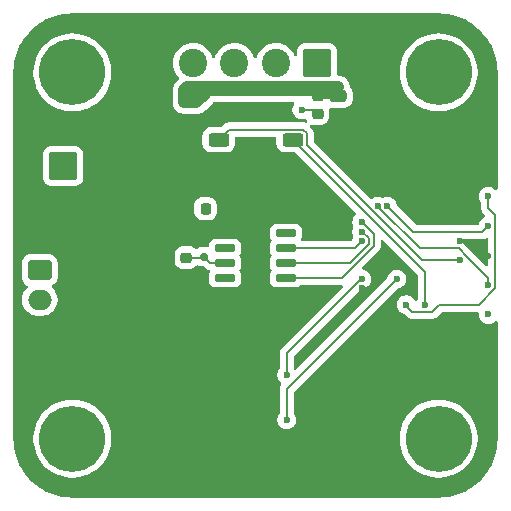
<source format=gbl>
%TF.GenerationSoftware,KiCad,Pcbnew,9.0.7*%
%TF.CreationDate,2026-01-27T18:23:45+01:00*%
%TF.ProjectId,NEMA17_FOC_Driver,4e454d41-3137-45f4-964f-435f44726976,rev?*%
%TF.SameCoordinates,Original*%
%TF.FileFunction,Copper,L2,Bot*%
%TF.FilePolarity,Positive*%
%FSLAX46Y46*%
G04 Gerber Fmt 4.6, Leading zero omitted, Abs format (unit mm)*
G04 Created by KiCad (PCBNEW 9.0.7) date 2026-01-27 18:23:45*
%MOMM*%
%LPD*%
G01*
G04 APERTURE LIST*
G04 Aperture macros list*
%AMRoundRect*
0 Rectangle with rounded corners*
0 $1 Rounding radius*
0 $2 $3 $4 $5 $6 $7 $8 $9 X,Y pos of 4 corners*
0 Add a 4 corners polygon primitive as box body*
4,1,4,$2,$3,$4,$5,$6,$7,$8,$9,$2,$3,0*
0 Add four circle primitives for the rounded corners*
1,1,$1+$1,$2,$3*
1,1,$1+$1,$4,$5*
1,1,$1+$1,$6,$7*
1,1,$1+$1,$8,$9*
0 Add four rect primitives between the rounded corners*
20,1,$1+$1,$2,$3,$4,$5,0*
20,1,$1+$1,$4,$5,$6,$7,0*
20,1,$1+$1,$6,$7,$8,$9,0*
20,1,$1+$1,$8,$9,$2,$3,0*%
G04 Aperture macros list end*
%TA.AperFunction,ComponentPad*%
%ADD10C,3.600000*%
%TD*%
%TA.AperFunction,ConnectorPad*%
%ADD11C,5.600000*%
%TD*%
%TA.AperFunction,ComponentPad*%
%ADD12RoundRect,0.250000X-0.750000X0.600000X-0.750000X-0.600000X0.750000X-0.600000X0.750000X0.600000X0*%
%TD*%
%TA.AperFunction,ComponentPad*%
%ADD13O,2.000000X1.700000*%
%TD*%
%TA.AperFunction,ComponentPad*%
%ADD14RoundRect,0.250001X-0.949999X0.949999X-0.949999X-0.949999X0.949999X-0.949999X0.949999X0.949999X0*%
%TD*%
%TA.AperFunction,ComponentPad*%
%ADD15C,2.400000*%
%TD*%
%TA.AperFunction,SMDPad,CuDef*%
%ADD16RoundRect,0.150000X-0.725000X-0.150000X0.725000X-0.150000X0.725000X0.150000X-0.725000X0.150000X0*%
%TD*%
%TA.AperFunction,SMDPad,CuDef*%
%ADD17RoundRect,0.225000X-0.250000X0.225000X-0.250000X-0.225000X0.250000X-0.225000X0.250000X0.225000X0*%
%TD*%
%TA.AperFunction,SMDPad,CuDef*%
%ADD18RoundRect,0.250000X-0.625000X0.312500X-0.625000X-0.312500X0.625000X-0.312500X0.625000X0.312500X0*%
%TD*%
%TA.AperFunction,SMDPad,CuDef*%
%ADD19RoundRect,0.225000X0.250000X-0.225000X0.250000X0.225000X-0.250000X0.225000X-0.250000X-0.225000X0*%
%TD*%
%TA.AperFunction,SMDPad,CuDef*%
%ADD20RoundRect,0.150000X-0.200000X0.150000X-0.200000X-0.150000X0.200000X-0.150000X0.200000X0.150000X0*%
%TD*%
%TA.AperFunction,ComponentPad*%
%ADD21RoundRect,0.250001X-0.949999X-0.949999X0.949999X-0.949999X0.949999X0.949999X-0.949999X0.949999X0*%
%TD*%
%TA.AperFunction,SMDPad,CuDef*%
%ADD22RoundRect,0.225000X0.225000X0.250000X-0.225000X0.250000X-0.225000X-0.250000X0.225000X-0.250000X0*%
%TD*%
%TA.AperFunction,SMDPad,CuDef*%
%ADD23RoundRect,0.250000X-0.475000X0.250000X-0.475000X-0.250000X0.475000X-0.250000X0.475000X0.250000X0*%
%TD*%
%TA.AperFunction,ViaPad*%
%ADD24C,0.600000*%
%TD*%
%TA.AperFunction,Conductor*%
%ADD25C,0.200000*%
%TD*%
%TA.AperFunction,Conductor*%
%ADD26C,1.000000*%
%TD*%
%TA.AperFunction,Conductor*%
%ADD27C,0.500000*%
%TD*%
G04 APERTURE END LIST*
D10*
%TO.P,REF\u002A\u002A,1*%
%TO.N,N/C*%
X150000000Y-59000000D03*
D11*
X150000000Y-59000000D03*
%TD*%
D10*
%TO.P,REF\u002A\u002A,1*%
%TO.N,N/C*%
X150000000Y-90000000D03*
D11*
X150000000Y-90000000D03*
%TD*%
D10*
%TO.P,REF\u002A\u002A,1*%
%TO.N,N/C*%
X181000000Y-59000000D03*
D11*
X181000000Y-59000000D03*
%TD*%
D12*
%TO.P,J2,1,Pin_1*%
%TO.N,CAN Low*%
X147240000Y-75750000D03*
D13*
%TO.P,J2,2,Pin_2*%
%TO.N,CAN High*%
X147240000Y-78250000D03*
%TD*%
D14*
%TO.P,J1,1,Pin_1*%
%TO.N,+12V*%
X149222500Y-66920000D03*
D15*
%TO.P,J1,2,Pin_2*%
%TO.N,GND*%
X149222500Y-70420000D03*
%TD*%
D10*
%TO.P,REF\u002A\u002A,1*%
%TO.N,N/C*%
X181000000Y-90000000D03*
D11*
X181000000Y-90000000D03*
%TD*%
D16*
%TO.P,U3,1,VDD*%
%TO.N,+3.3V*%
X162925000Y-76405000D03*
%TO.P,U3,2,MODE*%
X162925000Y-75135000D03*
%TO.P,U3,3,OUT*%
%TO.N,unconnected-(U3-OUT-Pad3)*%
X162925000Y-73865000D03*
%TO.P,U3,4,GND*%
%TO.N,GND*%
X162925000Y-72595000D03*
%TO.P,U3,5,PUSH*%
%TO.N,unconnected-(U3-PUSH-Pad5)*%
X168075000Y-72595000D03*
%TO.P,U3,6,A*%
%TO.N,DataOut*%
X168075000Y-73865000D03*
%TO.P,U3,7,B*%
%TO.N,Clock*%
X168075000Y-75135000D03*
%TO.P,U3,8,Z*%
%TO.N,ChipSelect*%
X168075000Y-76405000D03*
%TD*%
D17*
%TO.P,C2,1*%
%TO.N,+12V*%
X170760000Y-60955000D03*
%TO.P,C2,2*%
%TO.N,Net-(U1-VCP)*%
X170760000Y-62505000D03*
%TD*%
D18*
%TO.P,RSENS1,1*%
%TO.N,SRC12*%
X168650000Y-64697500D03*
%TO.P,RSENS1,2*%
%TO.N,GND*%
X168650000Y-67622500D03*
%TD*%
D19*
%TO.P,C9,1*%
%TO.N,+3.3V*%
X159630000Y-74675000D03*
%TO.P,C9,2*%
%TO.N,GND*%
X159630000Y-73125000D03*
%TD*%
D20*
%TO.P,D1,1,K*%
%TO.N,+3.3V*%
X161100000Y-74600000D03*
%TO.P,D1,2,A*%
%TO.N,GND*%
X161100000Y-73200000D03*
%TD*%
D18*
%TO.P,RSENS2,1*%
%TO.N,SRC34*%
X162380000Y-64697500D03*
%TO.P,RSENS2,2*%
%TO.N,GND*%
X162380000Y-67622500D03*
%TD*%
D21*
%TO.P,MotorConn1,1,Pin_1*%
%TO.N,Net-(MotorConn1-Pin_1)*%
X170720000Y-58200000D03*
D15*
%TO.P,MotorConn1,2,Pin_2*%
%TO.N,Net-(MotorConn1-Pin_2)*%
X167220000Y-58200000D03*
%TO.P,MotorConn1,3,Pin_3*%
%TO.N,Net-(MotorConn1-Pin_3)*%
X163720000Y-58200000D03*
%TO.P,MotorConn1,4,Pin_4*%
%TO.N,Net-(MotorConn1-Pin_4)*%
X160220000Y-58200000D03*
%TD*%
D22*
%TO.P,C4,1*%
%TO.N,GND*%
X162825000Y-70540000D03*
%TO.P,C4,2*%
%TO.N,Net-(U1-V3P3OUT)*%
X161275000Y-70540000D03*
%TD*%
D23*
%TO.P,C3,1*%
%TO.N,+12V*%
X172490000Y-61000000D03*
%TO.P,C3,2*%
%TO.N,GND*%
X172490000Y-62900000D03*
%TD*%
D24*
%TO.N,Net-(U1-VCP)*%
X169430149Y-62168743D03*
%TO.N,GND*%
X168710000Y-67510000D03*
X185210000Y-74500000D03*
X174495000Y-77290000D03*
X168790000Y-66120000D03*
X162380000Y-67622500D03*
X165500000Y-66100000D03*
X182845000Y-71690000D03*
X162350000Y-66100000D03*
X173970000Y-84350000D03*
X182845000Y-73290000D03*
%TO.N,Net-(U1-V3P3OUT)*%
X161280000Y-70510000D03*
%TO.N,+12V*%
X170728571Y-60255704D03*
X172490000Y-61000000D03*
X160000000Y-61000000D03*
X159500000Y-60500000D03*
X159490000Y-61510000D03*
X160510000Y-60510000D03*
X160500000Y-61510000D03*
X172490000Y-60270000D03*
X171580000Y-60510000D03*
X170760000Y-60955000D03*
%TO.N,+3.3V*%
X162925000Y-75135000D03*
X185220000Y-79490000D03*
X162925000Y-76405000D03*
%TO.N,SRC12*%
X168630000Y-64740000D03*
X179870000Y-78665000D03*
%TO.N,SRC34*%
X182845000Y-74890000D03*
X162340000Y-64680000D03*
%TO.N,RXD*%
X174495000Y-76490000D03*
X168145001Y-84615000D03*
%TO.N,Clock*%
X174495000Y-72490000D03*
%TO.N,ChipSelect*%
X174495000Y-71690000D03*
%TO.N,DataOut*%
X174495000Y-73290000D03*
%TO.N,TXD*%
X177470000Y-76490000D03*
X168145001Y-88425000D03*
%TO.N,SWDIO*%
X185211000Y-71990000D03*
X176670000Y-70315000D03*
%TO.N,SWCLK*%
X185211000Y-76990000D03*
X175870000Y-70315000D03*
%TO.N,NRST*%
X185220000Y-69490000D03*
X178270000Y-78665000D03*
%TD*%
D25*
%TO.N,Net-(U1-VCP)*%
X170423743Y-62168743D02*
X170760000Y-62505000D01*
X169430149Y-62168743D02*
X170423743Y-62168743D01*
%TO.N,GND*%
X162925000Y-72595000D02*
X161705000Y-72595000D01*
X161100000Y-73200000D02*
X159705000Y-73200000D01*
X184000000Y-73290000D02*
X185210000Y-74500000D01*
X182845000Y-73290000D02*
X184000000Y-73290000D01*
X159705000Y-73200000D02*
X159630000Y-73125000D01*
X161705000Y-72595000D02*
X161100000Y-73200000D01*
D26*
%TO.N,+12V*%
X161191000Y-60819000D02*
X160500000Y-61510000D01*
X159490000Y-61510000D02*
X160500000Y-61510000D01*
D25*
X169824296Y-60255704D02*
X170728571Y-60255704D01*
D26*
X172490000Y-60270000D02*
X159730000Y-60270000D01*
X159730000Y-60270000D02*
X159500000Y-60500000D01*
D27*
X171805000Y-60955000D02*
X170760000Y-60955000D01*
D26*
X160000000Y-61000000D02*
X160490000Y-60510000D01*
X160490000Y-60510000D02*
X171580000Y-60510000D01*
X159510000Y-60510000D02*
X159500000Y-60500000D01*
X172490000Y-61000000D02*
X172000000Y-60510000D01*
X172000000Y-60510000D02*
X171580000Y-60510000D01*
X159490000Y-61510000D02*
X159490000Y-60510000D01*
X159490000Y-60510000D02*
X159500000Y-60500000D01*
D27*
X172490000Y-60270000D02*
X171805000Y-60955000D01*
D25*
%TO.N,+3.3V*%
X159630000Y-74675000D02*
X161025000Y-74675000D01*
X161100000Y-74600000D02*
X161150000Y-74600000D01*
X161685000Y-75135000D02*
X162925000Y-75135000D01*
X161150000Y-74600000D02*
X161685000Y-75135000D01*
X161025000Y-74675000D02*
X161100000Y-74600000D01*
%TO.N,SRC12*%
X179870000Y-75917500D02*
X168650000Y-64697500D01*
X179870000Y-78665000D02*
X179870000Y-75917500D01*
%TO.N,SRC34*%
X182845000Y-74890000D02*
X179595057Y-74890000D01*
X169826000Y-64149840D02*
X169510160Y-63834000D01*
X169826000Y-65120943D02*
X169826000Y-64149840D01*
X169510160Y-63834000D02*
X163243500Y-63834000D01*
X163243500Y-63834000D02*
X162380000Y-64697500D01*
X179595057Y-74890000D02*
X169826000Y-65120943D01*
%TO.N,RXD*%
X174495000Y-76490000D02*
X174445057Y-76490000D01*
X174445057Y-76490000D02*
X168145001Y-82790056D01*
X168145001Y-82790056D02*
X168145001Y-84615000D01*
%TO.N,Clock*%
X175096000Y-73538943D02*
X175096000Y-73041057D01*
X173499943Y-75135000D02*
X175096000Y-73538943D01*
X175096000Y-73041057D02*
X174544943Y-72490000D01*
X168075000Y-75135000D02*
X173499943Y-75135000D01*
X174544943Y-72490000D02*
X174495000Y-72490000D01*
%TO.N,ChipSelect*%
X168075000Y-76405000D02*
X172797043Y-76405000D01*
X175497000Y-73705043D02*
X175497000Y-72642057D01*
X175497000Y-72642057D02*
X174544943Y-71690000D01*
X172797043Y-76405000D02*
X175497000Y-73705043D01*
X174544943Y-71690000D02*
X174495000Y-71690000D01*
%TO.N,DataOut*%
X168075000Y-73865000D02*
X173920000Y-73865000D01*
X173920000Y-73865000D02*
X174495000Y-73290000D01*
%TO.N,TXD*%
X177470000Y-76490000D02*
X168145001Y-85814999D01*
X168145001Y-85814999D02*
X168145001Y-88425000D01*
%TO.N,SWDIO*%
X178855000Y-72500000D02*
X176670000Y-70315000D01*
X185211000Y-71990000D02*
X184701000Y-72500000D01*
X184701000Y-72500000D02*
X178855000Y-72500000D01*
%TO.N,SWCLK*%
X185211000Y-76990000D02*
X185211000Y-76502416D01*
X183446000Y-74641057D02*
X182695943Y-73891000D01*
X179396057Y-73891000D02*
X175870000Y-70364943D01*
X175870000Y-70364943D02*
X175870000Y-70315000D01*
X183446000Y-74656000D02*
X183446000Y-74641057D01*
X185210000Y-76420000D02*
X183446000Y-74656000D01*
X182695943Y-73891000D02*
X179396057Y-73891000D01*
X185211000Y-76502416D02*
X185210000Y-76501416D01*
X185210000Y-76501416D02*
X185210000Y-76420000D01*
%TO.N,NRST*%
X184415000Y-78665000D02*
X185811000Y-77269000D01*
X184415000Y-78665000D02*
X181065000Y-78665000D01*
X185220000Y-70510000D02*
X185811000Y-71101000D01*
X180464000Y-79266000D02*
X178746000Y-79266000D01*
X185811000Y-71101000D02*
X185811000Y-77269000D01*
X178270000Y-78790000D02*
X178270000Y-78665000D01*
X178746000Y-79266000D02*
X178270000Y-78790000D01*
X181065000Y-78665000D02*
X180464000Y-79266000D01*
X185220000Y-69490000D02*
X185220000Y-70510000D01*
%TD*%
%TA.AperFunction,Conductor*%
%TO.N,GND*%
G36*
X181002562Y-54000605D02*
G01*
X181407746Y-54017364D01*
X181417919Y-54018207D01*
X181817817Y-54068054D01*
X181827901Y-54069737D01*
X182222294Y-54152432D01*
X182232208Y-54154942D01*
X182618436Y-54269928D01*
X182628104Y-54273247D01*
X183003502Y-54419728D01*
X183012887Y-54423845D01*
X183374880Y-54600813D01*
X183383894Y-54605690D01*
X183730070Y-54811966D01*
X183738638Y-54817564D01*
X184066593Y-55051719D01*
X184074674Y-55058010D01*
X184382155Y-55318433D01*
X184389695Y-55325374D01*
X184674625Y-55610304D01*
X184681566Y-55617844D01*
X184941989Y-55925325D01*
X184948284Y-55933412D01*
X185182431Y-56261355D01*
X185188037Y-56269935D01*
X185394309Y-56616105D01*
X185399186Y-56625119D01*
X185576154Y-56987112D01*
X185580271Y-56996497D01*
X185726747Y-57371883D01*
X185730075Y-57381576D01*
X185845053Y-57767778D01*
X185847569Y-57777714D01*
X185930260Y-58172089D01*
X185931947Y-58182197D01*
X185981790Y-58582059D01*
X185982636Y-58592273D01*
X185999394Y-58997437D01*
X185999500Y-59002561D01*
X185999500Y-68838059D01*
X185979815Y-68905098D01*
X185927011Y-68950853D01*
X185857853Y-68960797D01*
X185794297Y-68931772D01*
X185787819Y-68925740D01*
X185730292Y-68868213D01*
X185730288Y-68868210D01*
X185599185Y-68780609D01*
X185599172Y-68780602D01*
X185453501Y-68720264D01*
X185453489Y-68720261D01*
X185298845Y-68689500D01*
X185298842Y-68689500D01*
X185141158Y-68689500D01*
X185141155Y-68689500D01*
X184986510Y-68720261D01*
X184986498Y-68720264D01*
X184840827Y-68780602D01*
X184840814Y-68780609D01*
X184709711Y-68868210D01*
X184709707Y-68868213D01*
X184598213Y-68979707D01*
X184598210Y-68979711D01*
X184510609Y-69110814D01*
X184510602Y-69110827D01*
X184450264Y-69256498D01*
X184450261Y-69256510D01*
X184419500Y-69411153D01*
X184419500Y-69568846D01*
X184450261Y-69723489D01*
X184450264Y-69723501D01*
X184510602Y-69869172D01*
X184510609Y-69869185D01*
X184598602Y-70000874D01*
X184619480Y-70067551D01*
X184619500Y-70069765D01*
X184619500Y-70423330D01*
X184619499Y-70423348D01*
X184619499Y-70589054D01*
X184619498Y-70589054D01*
X184660423Y-70741785D01*
X184689358Y-70791900D01*
X184689359Y-70791904D01*
X184689360Y-70791904D01*
X184739479Y-70878714D01*
X184739481Y-70878717D01*
X184858349Y-70997585D01*
X184858355Y-70997590D01*
X184919481Y-71058716D01*
X184952966Y-71120039D01*
X184947982Y-71189731D01*
X184906110Y-71245664D01*
X184879254Y-71260957D01*
X184831829Y-71280601D01*
X184831814Y-71280609D01*
X184700711Y-71368210D01*
X184700707Y-71368213D01*
X184589213Y-71479707D01*
X184589210Y-71479711D01*
X184501609Y-71610814D01*
X184501602Y-71610827D01*
X184441264Y-71756498D01*
X184441261Y-71756510D01*
X184432672Y-71799691D01*
X184400288Y-71861602D01*
X184339572Y-71896176D01*
X184311055Y-71899500D01*
X179155098Y-71899500D01*
X179088059Y-71879815D01*
X179067417Y-71863181D01*
X177504573Y-70300337D01*
X177471088Y-70239014D01*
X177470637Y-70236847D01*
X177439738Y-70081510D01*
X177439737Y-70081503D01*
X177433958Y-70067551D01*
X177379397Y-69935827D01*
X177379390Y-69935814D01*
X177291789Y-69804711D01*
X177291786Y-69804707D01*
X177180292Y-69693213D01*
X177180288Y-69693210D01*
X177049185Y-69605609D01*
X177049172Y-69605602D01*
X176903501Y-69545264D01*
X176903489Y-69545261D01*
X176748845Y-69514500D01*
X176748842Y-69514500D01*
X176591158Y-69514500D01*
X176591155Y-69514500D01*
X176436510Y-69545261D01*
X176436498Y-69545264D01*
X176317452Y-69594574D01*
X176247982Y-69602043D01*
X176222548Y-69594574D01*
X176103501Y-69545264D01*
X176103489Y-69545261D01*
X175948845Y-69514500D01*
X175948842Y-69514500D01*
X175791158Y-69514500D01*
X175791155Y-69514500D01*
X175636510Y-69545261D01*
X175636498Y-69545264D01*
X175490827Y-69605602D01*
X175490816Y-69605608D01*
X175377059Y-69681618D01*
X175310382Y-69702495D01*
X175243002Y-69684010D01*
X175220488Y-69666196D01*
X170462819Y-64908527D01*
X170429334Y-64847204D01*
X170426500Y-64820846D01*
X170426500Y-64070781D01*
X170423133Y-64058214D01*
X170385576Y-63918053D01*
X170370162Y-63891357D01*
X170312965Y-63792288D01*
X170306520Y-63781124D01*
X170194716Y-63669320D01*
X170194713Y-63669318D01*
X170146655Y-63621260D01*
X170113170Y-63559937D01*
X170118154Y-63490245D01*
X170160026Y-63434312D01*
X170225490Y-63409895D01*
X170273337Y-63415872D01*
X170362292Y-63445349D01*
X170461655Y-63455500D01*
X171058344Y-63455499D01*
X171058352Y-63455498D01*
X171058355Y-63455498D01*
X171112760Y-63449940D01*
X171157708Y-63445349D01*
X171318697Y-63392003D01*
X171463044Y-63302968D01*
X171582968Y-63183044D01*
X171672003Y-63038697D01*
X171725349Y-62877708D01*
X171735500Y-62778345D01*
X171735499Y-62231656D01*
X171725349Y-62132292D01*
X171725347Y-62132288D01*
X171724685Y-62125799D01*
X171737455Y-62057106D01*
X171785335Y-62006222D01*
X171853125Y-61989301D01*
X171860647Y-61989839D01*
X171862198Y-61989997D01*
X171862203Y-61989999D01*
X171964991Y-62000500D01*
X172391457Y-62000499D01*
X172391460Y-62000500D01*
X172588541Y-62000500D01*
X172588543Y-62000499D01*
X173015008Y-62000499D01*
X173117797Y-61989999D01*
X173284334Y-61934814D01*
X173433656Y-61842712D01*
X173557712Y-61718656D01*
X173649814Y-61569334D01*
X173704999Y-61402797D01*
X173715500Y-61300009D01*
X173715499Y-60699992D01*
X173715380Y-60698830D01*
X173704999Y-60597203D01*
X173704998Y-60597200D01*
X173649814Y-60430666D01*
X173557712Y-60281344D01*
X173526535Y-60250167D01*
X173493050Y-60188844D01*
X173490813Y-60174634D01*
X173490500Y-60171458D01*
X173452052Y-59978170D01*
X173452051Y-59978169D01*
X173452051Y-59978165D01*
X173379460Y-59802913D01*
X173376635Y-59796092D01*
X173376628Y-59796079D01*
X173267139Y-59632218D01*
X173267136Y-59632214D01*
X173127785Y-59492863D01*
X173127781Y-59492860D01*
X172963920Y-59383371D01*
X172963907Y-59383364D01*
X172781839Y-59307950D01*
X172781829Y-59307947D01*
X172588543Y-59269500D01*
X172588541Y-59269500D01*
X172544500Y-59269500D01*
X172477461Y-59249815D01*
X172431706Y-59197011D01*
X172420500Y-59145500D01*
X172420500Y-58837857D01*
X177699500Y-58837857D01*
X177699500Y-59162143D01*
X177704945Y-59217427D01*
X177731284Y-59484857D01*
X177731287Y-59484874D01*
X177794545Y-59802902D01*
X177794548Y-59802913D01*
X177794550Y-59802922D01*
X177794551Y-59802923D01*
X177888686Y-60113246D01*
X177955497Y-60274542D01*
X178012786Y-60412849D01*
X178012788Y-60412854D01*
X178165646Y-60698830D01*
X178165657Y-60698848D01*
X178345811Y-60968467D01*
X178345821Y-60968481D01*
X178551546Y-61219158D01*
X178780841Y-61448453D01*
X178780846Y-61448457D01*
X178780847Y-61448458D01*
X179031524Y-61654183D01*
X179301158Y-61834347D01*
X179301167Y-61834352D01*
X179301169Y-61834353D01*
X179587145Y-61987211D01*
X179587147Y-61987211D01*
X179587153Y-61987215D01*
X179886754Y-62111314D01*
X180197077Y-62205449D01*
X180197083Y-62205450D01*
X180197086Y-62205451D01*
X180197097Y-62205454D01*
X180396528Y-62245122D01*
X180515132Y-62268714D01*
X180837857Y-62300500D01*
X180837860Y-62300500D01*
X181162140Y-62300500D01*
X181162143Y-62300500D01*
X181484868Y-62268714D01*
X181642295Y-62237399D01*
X181802902Y-62205454D01*
X181802913Y-62205451D01*
X181802913Y-62205450D01*
X181802923Y-62205449D01*
X182113246Y-62111314D01*
X182412847Y-61987215D01*
X182698842Y-61834347D01*
X182968476Y-61654183D01*
X183219153Y-61448458D01*
X183448458Y-61219153D01*
X183654183Y-60968476D01*
X183834347Y-60698842D01*
X183987215Y-60412847D01*
X184111314Y-60113246D01*
X184205449Y-59802923D01*
X184205451Y-59802913D01*
X184205454Y-59802902D01*
X184256872Y-59544401D01*
X184268714Y-59484868D01*
X184300500Y-59162143D01*
X184300500Y-58837857D01*
X184268714Y-58515132D01*
X184245122Y-58396528D01*
X184205454Y-58197097D01*
X184205451Y-58197086D01*
X184205450Y-58197083D01*
X184205449Y-58197077D01*
X184111314Y-57886754D01*
X183987215Y-57587153D01*
X183928531Y-57477364D01*
X183834353Y-57301169D01*
X183834352Y-57301167D01*
X183834347Y-57301158D01*
X183654183Y-57031524D01*
X183448458Y-56780847D01*
X183448457Y-56780846D01*
X183448453Y-56780841D01*
X183219158Y-56551546D01*
X182968481Y-56345821D01*
X182968480Y-56345820D01*
X182968476Y-56345817D01*
X182698842Y-56165653D01*
X182698837Y-56165650D01*
X182698830Y-56165646D01*
X182412854Y-56012788D01*
X182412849Y-56012786D01*
X182113247Y-55888686D01*
X181802913Y-55794548D01*
X181802902Y-55794545D01*
X181484874Y-55731287D01*
X181484857Y-55731284D01*
X181240812Y-55707248D01*
X181162143Y-55699500D01*
X180837857Y-55699500D01*
X180765099Y-55706666D01*
X180515142Y-55731284D01*
X180515125Y-55731287D01*
X180197097Y-55794545D01*
X180197086Y-55794548D01*
X179886752Y-55888686D01*
X179587150Y-56012786D01*
X179587145Y-56012788D01*
X179301169Y-56165646D01*
X179301151Y-56165657D01*
X179031532Y-56345811D01*
X179031518Y-56345821D01*
X178780841Y-56551546D01*
X178551546Y-56780841D01*
X178345821Y-57031518D01*
X178345811Y-57031532D01*
X178165657Y-57301151D01*
X178165646Y-57301169D01*
X178012788Y-57587145D01*
X178012786Y-57587150D01*
X177888686Y-57886752D01*
X177794548Y-58197086D01*
X177794545Y-58197097D01*
X177731287Y-58515125D01*
X177731284Y-58515142D01*
X177708372Y-58747780D01*
X177699500Y-58837857D01*
X172420500Y-58837857D01*
X172420500Y-57199997D01*
X172420499Y-57199984D01*
X172409999Y-57097204D01*
X172409999Y-57097203D01*
X172354814Y-56930666D01*
X172347468Y-56918757D01*
X172262713Y-56781348D01*
X172262710Y-56781344D01*
X172138655Y-56657289D01*
X172138651Y-56657286D01*
X171989337Y-56565187D01*
X171989335Y-56565186D01*
X171878907Y-56528594D01*
X171822797Y-56510001D01*
X171822795Y-56510000D01*
X171720015Y-56499500D01*
X171720008Y-56499500D01*
X169719992Y-56499500D01*
X169719984Y-56499500D01*
X169617204Y-56510000D01*
X169617203Y-56510001D01*
X169450664Y-56565186D01*
X169450662Y-56565187D01*
X169301348Y-56657286D01*
X169301344Y-56657289D01*
X169177289Y-56781344D01*
X169177286Y-56781348D01*
X169085187Y-56930662D01*
X169085186Y-56930664D01*
X169030001Y-57097203D01*
X169030000Y-57097204D01*
X169019500Y-57199984D01*
X169019500Y-57477364D01*
X168999815Y-57544403D01*
X168947011Y-57590158D01*
X168877853Y-57600102D01*
X168814297Y-57571077D01*
X168780939Y-57524817D01*
X168748406Y-57446277D01*
X168748405Y-57446274D01*
X168636948Y-57253226D01*
X168501247Y-57076376D01*
X168501242Y-57076370D01*
X168343629Y-56918757D01*
X168343622Y-56918751D01*
X168166782Y-56783058D01*
X168166780Y-56783057D01*
X168166774Y-56783052D01*
X167973726Y-56671595D01*
X167973722Y-56671593D01*
X167767790Y-56586293D01*
X167767783Y-56586291D01*
X167767781Y-56586290D01*
X167552463Y-56528596D01*
X167552457Y-56528595D01*
X167552452Y-56528594D01*
X167331466Y-56499501D01*
X167331463Y-56499500D01*
X167331457Y-56499500D01*
X167108543Y-56499500D01*
X167108537Y-56499500D01*
X167108533Y-56499501D01*
X166887547Y-56528594D01*
X166887540Y-56528595D01*
X166887537Y-56528596D01*
X166801901Y-56551542D01*
X166672219Y-56586290D01*
X166672209Y-56586293D01*
X166466277Y-56671593D01*
X166466273Y-56671595D01*
X166273226Y-56783052D01*
X166273217Y-56783058D01*
X166096377Y-56918751D01*
X166096370Y-56918757D01*
X165938757Y-57076370D01*
X165938751Y-57076377D01*
X165803058Y-57253217D01*
X165803052Y-57253226D01*
X165691595Y-57446273D01*
X165691593Y-57446277D01*
X165606293Y-57652209D01*
X165606291Y-57652216D01*
X165606290Y-57652219D01*
X165589774Y-57713857D01*
X165553410Y-57773516D01*
X165490563Y-57804045D01*
X165421187Y-57795750D01*
X165367309Y-57751265D01*
X165350226Y-57713858D01*
X165333710Y-57652219D01*
X165312122Y-57600102D01*
X165248406Y-57446277D01*
X165248405Y-57446274D01*
X165136948Y-57253226D01*
X165001247Y-57076376D01*
X165001242Y-57076370D01*
X164843629Y-56918757D01*
X164843622Y-56918751D01*
X164666782Y-56783058D01*
X164666780Y-56783057D01*
X164666774Y-56783052D01*
X164473726Y-56671595D01*
X164473722Y-56671593D01*
X164267790Y-56586293D01*
X164267783Y-56586291D01*
X164267781Y-56586290D01*
X164052463Y-56528596D01*
X164052457Y-56528595D01*
X164052452Y-56528594D01*
X163831466Y-56499501D01*
X163831463Y-56499500D01*
X163831457Y-56499500D01*
X163608543Y-56499500D01*
X163608537Y-56499500D01*
X163608533Y-56499501D01*
X163387547Y-56528594D01*
X163387540Y-56528595D01*
X163387537Y-56528596D01*
X163301901Y-56551542D01*
X163172219Y-56586290D01*
X163172209Y-56586293D01*
X162966277Y-56671593D01*
X162966273Y-56671595D01*
X162773226Y-56783052D01*
X162773217Y-56783058D01*
X162596377Y-56918751D01*
X162596370Y-56918757D01*
X162438757Y-57076370D01*
X162438751Y-57076377D01*
X162303058Y-57253217D01*
X162303052Y-57253226D01*
X162191595Y-57446273D01*
X162191593Y-57446277D01*
X162106293Y-57652209D01*
X162106291Y-57652216D01*
X162106290Y-57652219D01*
X162089774Y-57713857D01*
X162053410Y-57773516D01*
X161990563Y-57804045D01*
X161921187Y-57795750D01*
X161867309Y-57751265D01*
X161850226Y-57713858D01*
X161833710Y-57652219D01*
X161812122Y-57600102D01*
X161748406Y-57446277D01*
X161748405Y-57446274D01*
X161636948Y-57253226D01*
X161501247Y-57076376D01*
X161501242Y-57076370D01*
X161343629Y-56918757D01*
X161343622Y-56918751D01*
X161166782Y-56783058D01*
X161166780Y-56783057D01*
X161166774Y-56783052D01*
X160973726Y-56671595D01*
X160973722Y-56671593D01*
X160767790Y-56586293D01*
X160767783Y-56586291D01*
X160767781Y-56586290D01*
X160552463Y-56528596D01*
X160552457Y-56528595D01*
X160552452Y-56528594D01*
X160331466Y-56499501D01*
X160331463Y-56499500D01*
X160331457Y-56499500D01*
X160108543Y-56499500D01*
X160108537Y-56499500D01*
X160108533Y-56499501D01*
X159887547Y-56528594D01*
X159887540Y-56528595D01*
X159887537Y-56528596D01*
X159801901Y-56551542D01*
X159672219Y-56586290D01*
X159672209Y-56586293D01*
X159466277Y-56671593D01*
X159466273Y-56671595D01*
X159273226Y-56783052D01*
X159273217Y-56783058D01*
X159096377Y-56918751D01*
X159096370Y-56918757D01*
X158938757Y-57076370D01*
X158938751Y-57076377D01*
X158803058Y-57253217D01*
X158803052Y-57253226D01*
X158691595Y-57446273D01*
X158691593Y-57446277D01*
X158606293Y-57652209D01*
X158606291Y-57652216D01*
X158606290Y-57652219D01*
X158559068Y-57828457D01*
X158548597Y-57867534D01*
X158548594Y-57867547D01*
X158519501Y-58088533D01*
X158519500Y-58088549D01*
X158519500Y-58311450D01*
X158519501Y-58311466D01*
X158548594Y-58532452D01*
X158548595Y-58532457D01*
X158548596Y-58532463D01*
X158606290Y-58747780D01*
X158606293Y-58747790D01*
X158683469Y-58934108D01*
X158691595Y-58953726D01*
X158803052Y-59146774D01*
X158803057Y-59146780D01*
X158803058Y-59146782D01*
X158938751Y-59323622D01*
X158938757Y-59323629D01*
X159012422Y-59397294D01*
X159016760Y-59405239D01*
X159024007Y-59410664D01*
X159033242Y-59435423D01*
X159045907Y-59458617D01*
X159045261Y-59467646D01*
X159048425Y-59476128D01*
X159042808Y-59501950D01*
X159040923Y-59528309D01*
X159035105Y-59537361D01*
X159033574Y-59544401D01*
X159012423Y-59572656D01*
X158952861Y-59632218D01*
X158952860Y-59632218D01*
X158952859Y-59632219D01*
X158852221Y-59732858D01*
X158852218Y-59732861D01*
X158789000Y-59796079D01*
X158712859Y-59872219D01*
X158603371Y-60036080D01*
X158603364Y-60036093D01*
X158572939Y-60109546D01*
X158572931Y-60109567D01*
X158571408Y-60113246D01*
X158527949Y-60218164D01*
X158518334Y-60266503D01*
X158516736Y-60274535D01*
X158516734Y-60274542D01*
X158489500Y-60411456D01*
X158489500Y-60411459D01*
X158489500Y-61608541D01*
X158489500Y-61608543D01*
X158489499Y-61608543D01*
X158527947Y-61801829D01*
X158527950Y-61801839D01*
X158603364Y-61983907D01*
X158603371Y-61983920D01*
X158712860Y-62147781D01*
X158712863Y-62147785D01*
X158852214Y-62287136D01*
X158852218Y-62287139D01*
X159016079Y-62396628D01*
X159016092Y-62396635D01*
X159198160Y-62472049D01*
X159198165Y-62472051D01*
X159198169Y-62472051D01*
X159198170Y-62472052D01*
X159391456Y-62510500D01*
X159391459Y-62510500D01*
X160598543Y-62510500D01*
X160641547Y-62501945D01*
X160767609Y-62476870D01*
X160791836Y-62472051D01*
X160845165Y-62449961D01*
X160973914Y-62396632D01*
X161137782Y-62287139D01*
X161277139Y-62147782D01*
X161277139Y-62147780D01*
X161287347Y-62137573D01*
X161287348Y-62137570D01*
X161878102Y-61546819D01*
X161939425Y-61513334D01*
X161965783Y-61510500D01*
X168675232Y-61510500D01*
X168742271Y-61530185D01*
X168788026Y-61582989D01*
X168797970Y-61652147D01*
X168778334Y-61703391D01*
X168720758Y-61789558D01*
X168720751Y-61789570D01*
X168660413Y-61935241D01*
X168660410Y-61935253D01*
X168629649Y-62089896D01*
X168629649Y-62247589D01*
X168660410Y-62402232D01*
X168660413Y-62402244D01*
X168720751Y-62547915D01*
X168720758Y-62547928D01*
X168808359Y-62679031D01*
X168808362Y-62679035D01*
X168919856Y-62790529D01*
X168919860Y-62790532D01*
X169050963Y-62878133D01*
X169050976Y-62878140D01*
X169186966Y-62934468D01*
X169196652Y-62938480D01*
X169351302Y-62969242D01*
X169351305Y-62969243D01*
X169351307Y-62969243D01*
X169508993Y-62969243D01*
X169508994Y-62969242D01*
X169663646Y-62938480D01*
X169673332Y-62934467D01*
X169742798Y-62926995D01*
X169805279Y-62958266D01*
X169831606Y-62993388D01*
X169835656Y-63001455D01*
X169847997Y-63038697D01*
X169882168Y-63094097D01*
X169884601Y-63098942D01*
X169889914Y-63128194D01*
X169897763Y-63156875D01*
X169896092Y-63162199D01*
X169897089Y-63167687D01*
X169885745Y-63195165D01*
X169876841Y-63223539D01*
X169872557Y-63227114D01*
X169870429Y-63232270D01*
X169846028Y-63249255D01*
X169823199Y-63268308D01*
X169817662Y-63268999D01*
X169813084Y-63272187D01*
X169783369Y-63273284D01*
X169753868Y-63276970D01*
X169743549Y-63274754D01*
X169743262Y-63274765D01*
X169743069Y-63274651D01*
X169741696Y-63274356D01*
X169589217Y-63233499D01*
X169431103Y-63233499D01*
X169423507Y-63233499D01*
X169423491Y-63233500D01*
X163164440Y-63233500D01*
X163123519Y-63244464D01*
X163123519Y-63244465D01*
X163105643Y-63249255D01*
X163011714Y-63274423D01*
X163011709Y-63274426D01*
X162874790Y-63353475D01*
X162874782Y-63353481D01*
X162762980Y-63465283D01*
X162762980Y-63465284D01*
X162762978Y-63465286D01*
X162668327Y-63559937D01*
X162630082Y-63598182D01*
X162568759Y-63631666D01*
X162542401Y-63634500D01*
X161704998Y-63634500D01*
X161704980Y-63634501D01*
X161602203Y-63645000D01*
X161602200Y-63645001D01*
X161435668Y-63700185D01*
X161435663Y-63700187D01*
X161286342Y-63792289D01*
X161162289Y-63916342D01*
X161070187Y-64065663D01*
X161070186Y-64065666D01*
X161015001Y-64232203D01*
X161015001Y-64232204D01*
X161015000Y-64232204D01*
X161004500Y-64334983D01*
X161004500Y-65060001D01*
X161004501Y-65060019D01*
X161015000Y-65162796D01*
X161015001Y-65162799D01*
X161037270Y-65230000D01*
X161070186Y-65329334D01*
X161162288Y-65478656D01*
X161286344Y-65602712D01*
X161435666Y-65694814D01*
X161602203Y-65749999D01*
X161704991Y-65760500D01*
X163055008Y-65760499D01*
X163157797Y-65749999D01*
X163324334Y-65694814D01*
X163473656Y-65602712D01*
X163597712Y-65478656D01*
X163689814Y-65329334D01*
X163744999Y-65162797D01*
X163755500Y-65060009D01*
X163755499Y-64558499D01*
X163775183Y-64491461D01*
X163827987Y-64445706D01*
X163879499Y-64434500D01*
X167150500Y-64434500D01*
X167217539Y-64454185D01*
X167263294Y-64506989D01*
X167274500Y-64558500D01*
X167274500Y-65060001D01*
X167274501Y-65060019D01*
X167285000Y-65162796D01*
X167285001Y-65162799D01*
X167307270Y-65230000D01*
X167340186Y-65329334D01*
X167432288Y-65478656D01*
X167556344Y-65602712D01*
X167705666Y-65694814D01*
X167872203Y-65749999D01*
X167974991Y-65760500D01*
X168812402Y-65760499D01*
X168879441Y-65780183D01*
X168900083Y-65796818D01*
X173990549Y-70887284D01*
X174024034Y-70948607D01*
X174019050Y-71018299D01*
X173987537Y-71062422D01*
X173989018Y-71063903D01*
X173873213Y-71179707D01*
X173873210Y-71179711D01*
X173785609Y-71310814D01*
X173785602Y-71310827D01*
X173725264Y-71456498D01*
X173725261Y-71456510D01*
X173694500Y-71611153D01*
X173694500Y-71768846D01*
X173725261Y-71923489D01*
X173725264Y-71923501D01*
X173774574Y-72042548D01*
X173782043Y-72112018D01*
X173774574Y-72137452D01*
X173725264Y-72256498D01*
X173725261Y-72256510D01*
X173694500Y-72411153D01*
X173694500Y-72568846D01*
X173725261Y-72723489D01*
X173725264Y-72723501D01*
X173774574Y-72842548D01*
X173782043Y-72912018D01*
X173774574Y-72937452D01*
X173725264Y-73056498D01*
X173725261Y-73056508D01*
X173703742Y-73164692D01*
X173671357Y-73226603D01*
X173610641Y-73261177D01*
X173582125Y-73264500D01*
X169465907Y-73264500D01*
X169398868Y-73244815D01*
X169353113Y-73192011D01*
X169343169Y-73122853D01*
X169359175Y-73077380D01*
X169386815Y-73030642D01*
X169401744Y-73005398D01*
X169447598Y-72847569D01*
X169450500Y-72810694D01*
X169450500Y-72379306D01*
X169447598Y-72342431D01*
X169422635Y-72256510D01*
X169401745Y-72184606D01*
X169401744Y-72184603D01*
X169401744Y-72184602D01*
X169318081Y-72043135D01*
X169318079Y-72043133D01*
X169318076Y-72043129D01*
X169201870Y-71926923D01*
X169201862Y-71926917D01*
X169094089Y-71863181D01*
X169060398Y-71843256D01*
X169060397Y-71843255D01*
X169060396Y-71843255D01*
X169060393Y-71843254D01*
X168902573Y-71797402D01*
X168902567Y-71797401D01*
X168865701Y-71794500D01*
X168865694Y-71794500D01*
X167284306Y-71794500D01*
X167284298Y-71794500D01*
X167247432Y-71797401D01*
X167247426Y-71797402D01*
X167089606Y-71843254D01*
X167089603Y-71843255D01*
X166948137Y-71926917D01*
X166948129Y-71926923D01*
X166831923Y-72043129D01*
X166831917Y-72043137D01*
X166748255Y-72184603D01*
X166748254Y-72184606D01*
X166702402Y-72342426D01*
X166702401Y-72342432D01*
X166699500Y-72379298D01*
X166699500Y-72810701D01*
X166702401Y-72847567D01*
X166702402Y-72847573D01*
X166748254Y-73005393D01*
X166748255Y-73005396D01*
X166748256Y-73005398D01*
X166763185Y-73030642D01*
X166831917Y-73146862D01*
X166836702Y-73153031D01*
X166834256Y-73154927D01*
X166860857Y-73203642D01*
X166855873Y-73273334D01*
X166835069Y-73305703D01*
X166836702Y-73306969D01*
X166831917Y-73313137D01*
X166748255Y-73454603D01*
X166748254Y-73454606D01*
X166702402Y-73612426D01*
X166702401Y-73612432D01*
X166699500Y-73649298D01*
X166699500Y-74080701D01*
X166702401Y-74117567D01*
X166702402Y-74117573D01*
X166748254Y-74275393D01*
X166748255Y-74275396D01*
X166831917Y-74416862D01*
X166836702Y-74423031D01*
X166834256Y-74424927D01*
X166860857Y-74473642D01*
X166855873Y-74543334D01*
X166835069Y-74575703D01*
X166836702Y-74576969D01*
X166831917Y-74583137D01*
X166748255Y-74724603D01*
X166748254Y-74724606D01*
X166702402Y-74882426D01*
X166702401Y-74882432D01*
X166699500Y-74919298D01*
X166699500Y-75350701D01*
X166702401Y-75387567D01*
X166702402Y-75387573D01*
X166748254Y-75545393D01*
X166748255Y-75545396D01*
X166748256Y-75545398D01*
X166758073Y-75561998D01*
X166831917Y-75686862D01*
X166836702Y-75693031D01*
X166834256Y-75694927D01*
X166860857Y-75743642D01*
X166855873Y-75813334D01*
X166835069Y-75845703D01*
X166836702Y-75846969D01*
X166831917Y-75853137D01*
X166748255Y-75994603D01*
X166748254Y-75994606D01*
X166702402Y-76152426D01*
X166702401Y-76152432D01*
X166699500Y-76189298D01*
X166699500Y-76620701D01*
X166702401Y-76657567D01*
X166702402Y-76657573D01*
X166748254Y-76815393D01*
X166748255Y-76815396D01*
X166748256Y-76815398D01*
X166780058Y-76869172D01*
X166831917Y-76956862D01*
X166831923Y-76956870D01*
X166948129Y-77073076D01*
X166948133Y-77073079D01*
X166948135Y-77073081D01*
X167089602Y-77156744D01*
X167097670Y-77159088D01*
X167247426Y-77202597D01*
X167247429Y-77202597D01*
X167247431Y-77202598D01*
X167284306Y-77205500D01*
X167284314Y-77205500D01*
X168865686Y-77205500D01*
X168865694Y-77205500D01*
X168902569Y-77202598D01*
X168902571Y-77202597D01*
X168902573Y-77202597D01*
X168944191Y-77190505D01*
X169060398Y-77156744D01*
X169201865Y-77073081D01*
X169233126Y-77041820D01*
X169294448Y-77008334D01*
X169320808Y-77005500D01*
X172710376Y-77005500D01*
X172717982Y-77005500D01*
X172717986Y-77005501D01*
X172780959Y-77005501D01*
X172820329Y-77017061D01*
X172847996Y-77025186D01*
X172847998Y-77025187D01*
X172893752Y-77077991D01*
X172903695Y-77147150D01*
X172893225Y-77170075D01*
X172874670Y-77210704D01*
X172868638Y-77217182D01*
X167776287Y-82309534D01*
X167664482Y-82421338D01*
X167664480Y-82421341D01*
X167614362Y-82508150D01*
X167614360Y-82508152D01*
X167585426Y-82558265D01*
X167585425Y-82558266D01*
X167585424Y-82558271D01*
X167544500Y-82710999D01*
X167544500Y-82711001D01*
X167544500Y-82879102D01*
X167544501Y-82879115D01*
X167544501Y-84035234D01*
X167524816Y-84102273D01*
X167523603Y-84104125D01*
X167435610Y-84235814D01*
X167435603Y-84235827D01*
X167375265Y-84381498D01*
X167375262Y-84381510D01*
X167344501Y-84536153D01*
X167344501Y-84693846D01*
X167375262Y-84848489D01*
X167375265Y-84848501D01*
X167435603Y-84994172D01*
X167435610Y-84994185D01*
X167523211Y-85125288D01*
X167523214Y-85125292D01*
X167634708Y-85236786D01*
X167634712Y-85236789D01*
X167652509Y-85248681D01*
X167697314Y-85302293D01*
X167706021Y-85371618D01*
X167687946Y-85418802D01*
X167680731Y-85430032D01*
X167664481Y-85446283D01*
X167614361Y-85533094D01*
X167612900Y-85535623D01*
X167612890Y-85535640D01*
X167585426Y-85583208D01*
X167585425Y-85583209D01*
X167585424Y-85583214D01*
X167544500Y-85735942D01*
X167544500Y-85735944D01*
X167544500Y-85904045D01*
X167544501Y-85904058D01*
X167544501Y-87845234D01*
X167524816Y-87912273D01*
X167523603Y-87914125D01*
X167435610Y-88045814D01*
X167435603Y-88045827D01*
X167375265Y-88191498D01*
X167375262Y-88191510D01*
X167344501Y-88346153D01*
X167344501Y-88503846D01*
X167375262Y-88658489D01*
X167375265Y-88658501D01*
X167435603Y-88804172D01*
X167435610Y-88804185D01*
X167523211Y-88935288D01*
X167523214Y-88935292D01*
X167634708Y-89046786D01*
X167634712Y-89046789D01*
X167765815Y-89134390D01*
X167765828Y-89134397D01*
X167911499Y-89194735D01*
X167911504Y-89194737D01*
X168066154Y-89225499D01*
X168066157Y-89225500D01*
X168066159Y-89225500D01*
X168223845Y-89225500D01*
X168223846Y-89225499D01*
X168378498Y-89194737D01*
X168524180Y-89134394D01*
X168655290Y-89046789D01*
X168766790Y-88935289D01*
X168854395Y-88804179D01*
X168914738Y-88658497D01*
X168945501Y-88503842D01*
X168945501Y-88346158D01*
X168945501Y-88346155D01*
X168945500Y-88346153D01*
X168914739Y-88191510D01*
X168914738Y-88191503D01*
X168914736Y-88191498D01*
X168854398Y-88045827D01*
X168854391Y-88045814D01*
X168766399Y-87914125D01*
X168745521Y-87847447D01*
X168745501Y-87845234D01*
X168745501Y-86115096D01*
X168765186Y-86048057D01*
X168781820Y-86027415D01*
X172499701Y-82309534D01*
X177484662Y-77324572D01*
X177545983Y-77291089D01*
X177548150Y-77290638D01*
X177606085Y-77279113D01*
X177703497Y-77259737D01*
X177849179Y-77199394D01*
X177980289Y-77111789D01*
X178091789Y-77000289D01*
X178179394Y-76869179D01*
X178239737Y-76723497D01*
X178270500Y-76568842D01*
X178270500Y-76411158D01*
X178270500Y-76411155D01*
X178270499Y-76411153D01*
X178239738Y-76256510D01*
X178239738Y-76256508D01*
X178239737Y-76256503D01*
X178211906Y-76189313D01*
X178179397Y-76110827D01*
X178179390Y-76110814D01*
X178091789Y-75979711D01*
X178091786Y-75979707D01*
X177980292Y-75868213D01*
X177980288Y-75868210D01*
X177849185Y-75780609D01*
X177849172Y-75780602D01*
X177703501Y-75720264D01*
X177703489Y-75720261D01*
X177548845Y-75689500D01*
X177548842Y-75689500D01*
X177391158Y-75689500D01*
X177391155Y-75689500D01*
X177236510Y-75720261D01*
X177236498Y-75720264D01*
X177090827Y-75780602D01*
X177090814Y-75780609D01*
X176959711Y-75868210D01*
X176959707Y-75868213D01*
X176848213Y-75979707D01*
X176848210Y-75979711D01*
X176760609Y-76110814D01*
X176760602Y-76110827D01*
X176700264Y-76256498D01*
X176700261Y-76256508D01*
X176669361Y-76411850D01*
X176636976Y-76473761D01*
X176635425Y-76475339D01*
X168969465Y-84141298D01*
X168950973Y-84151394D01*
X168935300Y-84165474D01*
X168920923Y-84167803D01*
X168908142Y-84174783D01*
X168887126Y-84173280D01*
X168866330Y-84176650D01*
X168852977Y-84170837D01*
X168838450Y-84169799D01*
X168821583Y-84157172D01*
X168802266Y-84148764D01*
X168785668Y-84130286D01*
X168782517Y-84127927D01*
X168778681Y-84122507D01*
X168766398Y-84104124D01*
X168745521Y-84037447D01*
X168745501Y-84035234D01*
X168745501Y-83090153D01*
X168765186Y-83023114D01*
X168781820Y-83002472D01*
X174457474Y-77326819D01*
X174518797Y-77293334D01*
X174545155Y-77290500D01*
X174573844Y-77290500D01*
X174573845Y-77290499D01*
X174728497Y-77259737D01*
X174874179Y-77199394D01*
X175005289Y-77111789D01*
X175116789Y-77000289D01*
X175204394Y-76869179D01*
X175264737Y-76723497D01*
X175295500Y-76568842D01*
X175295500Y-76411158D01*
X175295500Y-76411155D01*
X175295499Y-76411153D01*
X175264738Y-76256510D01*
X175264738Y-76256508D01*
X175264737Y-76256503D01*
X175236906Y-76189313D01*
X175204397Y-76110827D01*
X175204390Y-76110814D01*
X175116789Y-75979711D01*
X175116786Y-75979707D01*
X175005292Y-75868213D01*
X175005288Y-75868210D01*
X174874185Y-75780609D01*
X174874172Y-75780602D01*
X174728501Y-75720264D01*
X174728489Y-75720261D01*
X174624490Y-75699574D01*
X174562579Y-75667189D01*
X174528005Y-75606473D01*
X174531744Y-75536704D01*
X174560998Y-75490278D01*
X175855506Y-74195771D01*
X175855511Y-74195767D01*
X175865714Y-74185563D01*
X175865716Y-74185563D01*
X175977520Y-74073759D01*
X176052403Y-73944057D01*
X176056577Y-73936828D01*
X176097501Y-73784100D01*
X176097501Y-73625985D01*
X176097501Y-73618390D01*
X176097500Y-73618372D01*
X176097500Y-73293597D01*
X176117185Y-73226558D01*
X176169989Y-73180803D01*
X176239147Y-73170859D01*
X176302703Y-73199884D01*
X176309181Y-73205916D01*
X179233181Y-76129916D01*
X179266666Y-76191239D01*
X179269500Y-76217597D01*
X179269500Y-78085234D01*
X179264172Y-78103377D01*
X179263835Y-78122287D01*
X179250334Y-78150504D01*
X179249815Y-78152273D01*
X179248602Y-78154125D01*
X179173102Y-78267118D01*
X179119490Y-78311923D01*
X179050165Y-78320630D01*
X178987137Y-78290475D01*
X178966898Y-78267118D01*
X178891789Y-78154711D01*
X178891786Y-78154707D01*
X178780292Y-78043213D01*
X178780288Y-78043210D01*
X178649185Y-77955609D01*
X178649172Y-77955602D01*
X178503501Y-77895264D01*
X178503489Y-77895261D01*
X178348845Y-77864500D01*
X178348842Y-77864500D01*
X178191158Y-77864500D01*
X178191155Y-77864500D01*
X178036510Y-77895261D01*
X178036498Y-77895264D01*
X177890827Y-77955602D01*
X177890814Y-77955609D01*
X177759711Y-78043210D01*
X177759707Y-78043213D01*
X177648213Y-78154707D01*
X177648210Y-78154711D01*
X177560609Y-78285814D01*
X177560602Y-78285827D01*
X177500264Y-78431498D01*
X177500261Y-78431510D01*
X177469500Y-78586153D01*
X177469500Y-78743846D01*
X177500261Y-78898489D01*
X177500264Y-78898501D01*
X177560602Y-79044172D01*
X177560609Y-79044185D01*
X177648210Y-79175288D01*
X177648213Y-79175292D01*
X177759707Y-79286786D01*
X177759711Y-79286789D01*
X177890814Y-79374390D01*
X177890827Y-79374397D01*
X177967688Y-79406233D01*
X178036503Y-79434737D01*
X178036510Y-79434738D01*
X178042336Y-79436506D01*
X178041941Y-79437807D01*
X178097716Y-79466980D01*
X178099299Y-79468535D01*
X178377284Y-79746520D01*
X178377286Y-79746521D01*
X178377290Y-79746524D01*
X178514209Y-79825573D01*
X178514216Y-79825577D01*
X178666943Y-79866501D01*
X178666945Y-79866501D01*
X178832654Y-79866501D01*
X178832670Y-79866500D01*
X180377331Y-79866500D01*
X180377347Y-79866501D01*
X180384943Y-79866501D01*
X180543054Y-79866501D01*
X180543057Y-79866501D01*
X180695785Y-79825577D01*
X180745904Y-79796639D01*
X180832716Y-79746520D01*
X180944520Y-79634716D01*
X180944521Y-79634713D01*
X181277417Y-79301816D01*
X181338739Y-79268334D01*
X181365097Y-79265500D01*
X184297378Y-79265500D01*
X184364417Y-79285185D01*
X184410172Y-79337989D01*
X184419816Y-79405065D01*
X184420097Y-79405093D01*
X184419984Y-79406233D01*
X184420116Y-79407147D01*
X184419595Y-79410187D01*
X184419500Y-79411155D01*
X184419500Y-79568846D01*
X184450261Y-79723489D01*
X184450264Y-79723501D01*
X184510602Y-79869172D01*
X184510609Y-79869185D01*
X184598210Y-80000288D01*
X184598213Y-80000292D01*
X184709707Y-80111786D01*
X184709711Y-80111789D01*
X184840814Y-80199390D01*
X184840827Y-80199397D01*
X184986498Y-80259735D01*
X184986503Y-80259737D01*
X185141153Y-80290499D01*
X185141156Y-80290500D01*
X185141158Y-80290500D01*
X185298844Y-80290500D01*
X185298845Y-80290499D01*
X185453497Y-80259737D01*
X185599179Y-80199394D01*
X185730289Y-80111789D01*
X185730292Y-80111786D01*
X185787819Y-80054260D01*
X185849142Y-80020775D01*
X185918834Y-80025759D01*
X185974767Y-80067631D01*
X185999184Y-80133095D01*
X185999500Y-80141941D01*
X185999500Y-89997438D01*
X185999394Y-90002562D01*
X185982636Y-90407726D01*
X185981790Y-90417940D01*
X185931947Y-90817802D01*
X185930260Y-90827910D01*
X185847569Y-91222285D01*
X185845053Y-91232221D01*
X185730075Y-91618423D01*
X185726747Y-91628116D01*
X185580271Y-92003502D01*
X185576154Y-92012887D01*
X185399186Y-92374880D01*
X185394309Y-92383894D01*
X185188037Y-92730064D01*
X185182431Y-92738644D01*
X184948284Y-93066587D01*
X184941989Y-93074674D01*
X184681566Y-93382155D01*
X184674625Y-93389695D01*
X184389695Y-93674625D01*
X184382155Y-93681566D01*
X184074674Y-93941989D01*
X184066587Y-93948284D01*
X183738644Y-94182431D01*
X183730064Y-94188037D01*
X183383894Y-94394309D01*
X183374880Y-94399186D01*
X183012887Y-94576154D01*
X183003502Y-94580271D01*
X182628116Y-94726747D01*
X182618423Y-94730075D01*
X182232221Y-94845053D01*
X182222285Y-94847569D01*
X181827910Y-94930260D01*
X181817802Y-94931947D01*
X181417940Y-94981790D01*
X181407726Y-94982636D01*
X181002563Y-94999394D01*
X180997439Y-94999500D01*
X150002561Y-94999500D01*
X149997437Y-94999394D01*
X149592273Y-94982636D01*
X149582059Y-94981790D01*
X149182197Y-94931947D01*
X149172089Y-94930260D01*
X148777714Y-94847569D01*
X148767778Y-94845053D01*
X148381576Y-94730075D01*
X148371883Y-94726747D01*
X147996497Y-94580271D01*
X147987112Y-94576154D01*
X147625119Y-94399186D01*
X147616105Y-94394309D01*
X147269935Y-94188037D01*
X147261355Y-94182431D01*
X146933412Y-93948284D01*
X146925325Y-93941989D01*
X146617844Y-93681566D01*
X146610304Y-93674625D01*
X146325374Y-93389695D01*
X146318433Y-93382155D01*
X146222354Y-93268715D01*
X146058005Y-93074668D01*
X146051715Y-93066587D01*
X145995044Y-92987215D01*
X145817564Y-92738638D01*
X145811962Y-92730064D01*
X145605690Y-92383894D01*
X145600813Y-92374880D01*
X145423845Y-92012887D01*
X145419728Y-92003502D01*
X145406061Y-91968476D01*
X145273247Y-91628104D01*
X145269928Y-91618436D01*
X145154942Y-91232208D01*
X145152430Y-91222285D01*
X145129567Y-91113247D01*
X145069737Y-90827901D01*
X145068054Y-90817817D01*
X145018207Y-90417919D01*
X145017364Y-90407746D01*
X145000606Y-90002562D01*
X145000500Y-89997438D01*
X145000500Y-89837860D01*
X146699500Y-89837860D01*
X146699500Y-90162139D01*
X146731284Y-90484857D01*
X146731287Y-90484874D01*
X146794545Y-90802902D01*
X146794548Y-90802913D01*
X146888686Y-91113247D01*
X147012786Y-91412849D01*
X147012788Y-91412854D01*
X147165646Y-91698830D01*
X147165657Y-91698848D01*
X147345811Y-91968467D01*
X147345821Y-91968481D01*
X147551546Y-92219158D01*
X147780841Y-92448453D01*
X147780846Y-92448457D01*
X147780847Y-92448458D01*
X148031524Y-92654183D01*
X148301158Y-92834347D01*
X148301167Y-92834352D01*
X148301169Y-92834353D01*
X148587145Y-92987211D01*
X148587147Y-92987211D01*
X148587153Y-92987215D01*
X148886754Y-93111314D01*
X149197077Y-93205449D01*
X149197083Y-93205450D01*
X149197086Y-93205451D01*
X149197097Y-93205454D01*
X149396528Y-93245122D01*
X149515132Y-93268714D01*
X149837857Y-93300500D01*
X149837860Y-93300500D01*
X150162140Y-93300500D01*
X150162143Y-93300500D01*
X150484868Y-93268714D01*
X150642295Y-93237399D01*
X150802902Y-93205454D01*
X150802913Y-93205451D01*
X150802913Y-93205450D01*
X150802923Y-93205449D01*
X151113246Y-93111314D01*
X151412847Y-92987215D01*
X151698842Y-92834347D01*
X151968476Y-92654183D01*
X152219153Y-92448458D01*
X152448458Y-92219153D01*
X152654183Y-91968476D01*
X152834347Y-91698842D01*
X152987215Y-91412847D01*
X153111314Y-91113246D01*
X153205449Y-90802923D01*
X153205451Y-90802913D01*
X153205454Y-90802902D01*
X153237399Y-90642295D01*
X153268714Y-90484868D01*
X153300500Y-90162143D01*
X153300500Y-89837860D01*
X177699500Y-89837860D01*
X177699500Y-90162139D01*
X177731284Y-90484857D01*
X177731287Y-90484874D01*
X177794545Y-90802902D01*
X177794548Y-90802913D01*
X177888686Y-91113247D01*
X178012786Y-91412849D01*
X178012788Y-91412854D01*
X178165646Y-91698830D01*
X178165657Y-91698848D01*
X178345811Y-91968467D01*
X178345821Y-91968481D01*
X178551546Y-92219158D01*
X178780841Y-92448453D01*
X178780846Y-92448457D01*
X178780847Y-92448458D01*
X179031524Y-92654183D01*
X179301158Y-92834347D01*
X179301167Y-92834352D01*
X179301169Y-92834353D01*
X179587145Y-92987211D01*
X179587147Y-92987211D01*
X179587153Y-92987215D01*
X179886754Y-93111314D01*
X180197077Y-93205449D01*
X180197083Y-93205450D01*
X180197086Y-93205451D01*
X180197097Y-93205454D01*
X180396528Y-93245122D01*
X180515132Y-93268714D01*
X180837857Y-93300500D01*
X180837860Y-93300500D01*
X181162140Y-93300500D01*
X181162143Y-93300500D01*
X181484868Y-93268714D01*
X181642295Y-93237399D01*
X181802902Y-93205454D01*
X181802913Y-93205451D01*
X181802913Y-93205450D01*
X181802923Y-93205449D01*
X182113246Y-93111314D01*
X182412847Y-92987215D01*
X182698842Y-92834347D01*
X182968476Y-92654183D01*
X183219153Y-92448458D01*
X183448458Y-92219153D01*
X183654183Y-91968476D01*
X183834347Y-91698842D01*
X183987215Y-91412847D01*
X184111314Y-91113246D01*
X184205449Y-90802923D01*
X184205451Y-90802913D01*
X184205454Y-90802902D01*
X184237399Y-90642295D01*
X184268714Y-90484868D01*
X184300500Y-90162143D01*
X184300500Y-89837857D01*
X184268714Y-89515132D01*
X184245122Y-89396528D01*
X184205454Y-89197097D01*
X184205451Y-89197086D01*
X184205450Y-89197083D01*
X184205449Y-89197077D01*
X184111314Y-88886754D01*
X183987215Y-88587153D01*
X183942686Y-88503846D01*
X183834353Y-88301169D01*
X183834352Y-88301167D01*
X183834347Y-88301158D01*
X183654183Y-88031524D01*
X183448458Y-87780847D01*
X183448457Y-87780846D01*
X183448453Y-87780841D01*
X183219158Y-87551546D01*
X182968481Y-87345821D01*
X182968480Y-87345820D01*
X182968476Y-87345817D01*
X182698842Y-87165653D01*
X182698837Y-87165650D01*
X182698830Y-87165646D01*
X182412854Y-87012788D01*
X182412849Y-87012786D01*
X182113247Y-86888686D01*
X181802913Y-86794548D01*
X181802902Y-86794545D01*
X181484874Y-86731287D01*
X181484857Y-86731284D01*
X181240812Y-86707248D01*
X181162143Y-86699500D01*
X180837857Y-86699500D01*
X180765099Y-86706666D01*
X180515142Y-86731284D01*
X180515125Y-86731287D01*
X180197097Y-86794545D01*
X180197086Y-86794548D01*
X179886752Y-86888686D01*
X179587150Y-87012786D01*
X179587145Y-87012788D01*
X179301169Y-87165646D01*
X179301151Y-87165657D01*
X179031532Y-87345811D01*
X179031518Y-87345821D01*
X178780841Y-87551546D01*
X178551546Y-87780841D01*
X178345821Y-88031518D01*
X178345811Y-88031532D01*
X178165657Y-88301151D01*
X178165646Y-88301169D01*
X178012788Y-88587145D01*
X178012786Y-88587150D01*
X177888686Y-88886752D01*
X177794548Y-89197086D01*
X177794545Y-89197097D01*
X177731287Y-89515125D01*
X177731284Y-89515142D01*
X177699500Y-89837860D01*
X153300500Y-89837860D01*
X153300500Y-89837857D01*
X153268714Y-89515132D01*
X153245122Y-89396528D01*
X153205454Y-89197097D01*
X153205451Y-89197086D01*
X153205450Y-89197083D01*
X153205449Y-89197077D01*
X153111314Y-88886754D01*
X152987215Y-88587153D01*
X152942686Y-88503846D01*
X152834353Y-88301169D01*
X152834352Y-88301167D01*
X152834347Y-88301158D01*
X152654183Y-88031524D01*
X152448458Y-87780847D01*
X152448457Y-87780846D01*
X152448453Y-87780841D01*
X152219158Y-87551546D01*
X151968481Y-87345821D01*
X151968480Y-87345820D01*
X151968476Y-87345817D01*
X151698842Y-87165653D01*
X151698837Y-87165650D01*
X151698830Y-87165646D01*
X151412854Y-87012788D01*
X151412849Y-87012786D01*
X151113247Y-86888686D01*
X150802913Y-86794548D01*
X150802902Y-86794545D01*
X150484874Y-86731287D01*
X150484857Y-86731284D01*
X150240812Y-86707248D01*
X150162143Y-86699500D01*
X149837857Y-86699500D01*
X149765099Y-86706666D01*
X149515142Y-86731284D01*
X149515125Y-86731287D01*
X149197097Y-86794545D01*
X149197086Y-86794548D01*
X148886752Y-86888686D01*
X148587150Y-87012786D01*
X148587145Y-87012788D01*
X148301169Y-87165646D01*
X148301151Y-87165657D01*
X148031532Y-87345811D01*
X148031518Y-87345821D01*
X147780841Y-87551546D01*
X147551546Y-87780841D01*
X147345821Y-88031518D01*
X147345811Y-88031532D01*
X147165657Y-88301151D01*
X147165646Y-88301169D01*
X147012788Y-88587145D01*
X147012786Y-88587150D01*
X146888686Y-88886752D01*
X146794548Y-89197086D01*
X146794545Y-89197097D01*
X146731287Y-89515125D01*
X146731284Y-89515142D01*
X146699500Y-89837860D01*
X145000500Y-89837860D01*
X145000500Y-75099983D01*
X145739500Y-75099983D01*
X145739500Y-76400001D01*
X145739501Y-76400018D01*
X145750000Y-76502796D01*
X145750001Y-76502799D01*
X145798086Y-76647908D01*
X145805186Y-76669334D01*
X145895278Y-76815398D01*
X145897289Y-76818657D01*
X146021344Y-76942712D01*
X146176120Y-77038178D01*
X146222845Y-77090126D01*
X146234068Y-77159088D01*
X146206224Y-77223171D01*
X146198706Y-77231398D01*
X146059889Y-77370215D01*
X145934951Y-77542179D01*
X145838444Y-77731585D01*
X145772753Y-77933760D01*
X145745564Y-78105426D01*
X145739500Y-78143713D01*
X145739500Y-78356287D01*
X145772754Y-78566243D01*
X145822798Y-78720263D01*
X145838444Y-78768414D01*
X145934951Y-78957820D01*
X146059890Y-79129786D01*
X146210213Y-79280109D01*
X146382179Y-79405048D01*
X146382181Y-79405049D01*
X146382184Y-79405051D01*
X146571588Y-79501557D01*
X146773757Y-79567246D01*
X146983713Y-79600500D01*
X146983714Y-79600500D01*
X147496286Y-79600500D01*
X147496287Y-79600500D01*
X147706243Y-79567246D01*
X147908412Y-79501557D01*
X148097816Y-79405051D01*
X148234722Y-79305584D01*
X148269786Y-79280109D01*
X148269788Y-79280106D01*
X148269792Y-79280104D01*
X148420104Y-79129792D01*
X148420106Y-79129788D01*
X148420109Y-79129786D01*
X148545048Y-78957820D01*
X148545047Y-78957820D01*
X148545051Y-78957816D01*
X148641557Y-78768412D01*
X148707246Y-78566243D01*
X148740500Y-78356287D01*
X148740500Y-78143713D01*
X148707246Y-77933757D01*
X148641557Y-77731588D01*
X148545051Y-77542184D01*
X148545049Y-77542181D01*
X148545048Y-77542179D01*
X148420109Y-77370213D01*
X148281294Y-77231398D01*
X148247809Y-77170075D01*
X148252793Y-77100383D01*
X148294665Y-77044450D01*
X148303879Y-77038178D01*
X148309331Y-77034814D01*
X148309334Y-77034814D01*
X148458656Y-76942712D01*
X148582712Y-76818656D01*
X148674814Y-76669334D01*
X148729999Y-76502797D01*
X148740500Y-76400009D01*
X148740499Y-75099992D01*
X148729999Y-74997203D01*
X148674814Y-74830666D01*
X148582712Y-74681344D01*
X148458656Y-74557288D01*
X148328402Y-74476947D01*
X148309336Y-74465187D01*
X148309331Y-74465185D01*
X148283803Y-74456726D01*
X148142797Y-74410001D01*
X148142795Y-74410000D01*
X148061027Y-74401647D01*
X158654500Y-74401647D01*
X158654500Y-74948337D01*
X158654501Y-74948355D01*
X158664650Y-75047707D01*
X158664651Y-75047710D01*
X158717996Y-75208694D01*
X158718001Y-75208705D01*
X158807029Y-75353040D01*
X158807032Y-75353044D01*
X158926955Y-75472967D01*
X158926959Y-75472970D01*
X159071294Y-75561998D01*
X159071297Y-75561999D01*
X159071303Y-75562003D01*
X159232292Y-75615349D01*
X159331655Y-75625500D01*
X159928344Y-75625499D01*
X159928352Y-75625498D01*
X159928355Y-75625498D01*
X159982760Y-75619940D01*
X160027708Y-75615349D01*
X160188697Y-75562003D01*
X160333044Y-75472968D01*
X160452968Y-75353044D01*
X160452971Y-75353038D01*
X160455128Y-75350882D01*
X160516451Y-75317397D01*
X160586143Y-75322381D01*
X160605930Y-75331830D01*
X160639602Y-75351744D01*
X160644063Y-75353040D01*
X160797426Y-75397597D01*
X160797429Y-75397597D01*
X160797431Y-75397598D01*
X160834306Y-75400500D01*
X161049903Y-75400500D01*
X161079343Y-75409144D01*
X161109330Y-75415668D01*
X161114345Y-75419422D01*
X161116942Y-75420185D01*
X161137584Y-75436819D01*
X161200139Y-75499374D01*
X161200149Y-75499385D01*
X161204479Y-75503715D01*
X161204480Y-75503716D01*
X161316284Y-75615520D01*
X161392871Y-75659737D01*
X161453215Y-75694577D01*
X161579712Y-75728471D01*
X161585457Y-75730639D01*
X161608638Y-75748128D01*
X161633442Y-75763247D01*
X161636198Y-75768921D01*
X161641233Y-75772720D01*
X161651279Y-75799966D01*
X161663971Y-75826094D01*
X161663222Y-75832357D01*
X161665404Y-75838275D01*
X161659124Y-75866630D01*
X161655676Y-75895469D01*
X161650458Y-75905759D01*
X161650296Y-75906492D01*
X161649874Y-75906910D01*
X161648421Y-75909777D01*
X161598254Y-75994605D01*
X161598254Y-75994606D01*
X161552402Y-76152426D01*
X161552401Y-76152432D01*
X161549500Y-76189298D01*
X161549500Y-76620701D01*
X161552401Y-76657567D01*
X161552402Y-76657573D01*
X161598254Y-76815393D01*
X161598255Y-76815396D01*
X161598256Y-76815398D01*
X161630058Y-76869172D01*
X161681917Y-76956862D01*
X161681923Y-76956870D01*
X161798129Y-77073076D01*
X161798133Y-77073079D01*
X161798135Y-77073081D01*
X161939602Y-77156744D01*
X161947670Y-77159088D01*
X162097426Y-77202597D01*
X162097429Y-77202597D01*
X162097431Y-77202598D01*
X162134306Y-77205500D01*
X162134314Y-77205500D01*
X163715686Y-77205500D01*
X163715694Y-77205500D01*
X163752569Y-77202598D01*
X163752571Y-77202597D01*
X163752573Y-77202597D01*
X163794191Y-77190505D01*
X163910398Y-77156744D01*
X164051865Y-77073081D01*
X164168081Y-76956865D01*
X164251744Y-76815398D01*
X164297598Y-76657569D01*
X164300500Y-76620694D01*
X164300500Y-76189306D01*
X164297598Y-76152431D01*
X164251744Y-75994602D01*
X164168081Y-75853135D01*
X164168078Y-75853132D01*
X164163298Y-75846969D01*
X164165750Y-75845066D01*
X164139155Y-75796421D01*
X164144104Y-75726726D01*
X164164940Y-75694304D01*
X164163298Y-75693031D01*
X164168075Y-75686870D01*
X164168081Y-75686865D01*
X164251744Y-75545398D01*
X164293841Y-75400500D01*
X164297597Y-75387573D01*
X164297598Y-75387567D01*
X164297824Y-75384696D01*
X164300500Y-75350694D01*
X164300500Y-74919306D01*
X164297598Y-74882431D01*
X164282559Y-74830668D01*
X164251745Y-74724606D01*
X164251744Y-74724603D01*
X164251744Y-74724602D01*
X164168081Y-74583135D01*
X164168078Y-74583132D01*
X164163298Y-74576969D01*
X164165750Y-74575066D01*
X164139155Y-74526421D01*
X164144104Y-74456726D01*
X164164940Y-74424304D01*
X164163298Y-74423031D01*
X164168075Y-74416870D01*
X164168081Y-74416865D01*
X164251744Y-74275398D01*
X164297598Y-74117569D01*
X164300500Y-74080694D01*
X164300500Y-73649306D01*
X164297598Y-73612431D01*
X164251744Y-73454602D01*
X164168081Y-73313135D01*
X164168079Y-73313133D01*
X164168076Y-73313129D01*
X164051870Y-73196923D01*
X164051862Y-73196917D01*
X163967223Y-73146862D01*
X163910398Y-73113256D01*
X163910397Y-73113255D01*
X163910396Y-73113255D01*
X163910393Y-73113254D01*
X163752573Y-73067402D01*
X163752567Y-73067401D01*
X163715701Y-73064500D01*
X163715694Y-73064500D01*
X162134306Y-73064500D01*
X162134298Y-73064500D01*
X162097432Y-73067401D01*
X162097426Y-73067402D01*
X161939606Y-73113254D01*
X161939603Y-73113255D01*
X161798137Y-73196917D01*
X161798129Y-73196923D01*
X161681923Y-73313129D01*
X161681917Y-73313137D01*
X161598255Y-73454603D01*
X161598254Y-73454606D01*
X161552402Y-73612426D01*
X161552401Y-73612432D01*
X161549500Y-73649298D01*
X161549500Y-73680538D01*
X161529815Y-73747577D01*
X161477011Y-73793332D01*
X161407853Y-73803276D01*
X161403232Y-73802522D01*
X161402577Y-73802402D01*
X161365701Y-73799500D01*
X161365694Y-73799500D01*
X160834306Y-73799500D01*
X160834298Y-73799500D01*
X160797432Y-73802401D01*
X160797426Y-73802402D01*
X160639606Y-73848254D01*
X160639605Y-73848254D01*
X160511673Y-73923912D01*
X160443949Y-73941094D01*
X160377687Y-73918933D01*
X160360872Y-73904860D01*
X160333044Y-73877032D01*
X160333040Y-73877029D01*
X160188705Y-73788001D01*
X160188699Y-73787998D01*
X160188697Y-73787997D01*
X160176937Y-73784100D01*
X160027709Y-73734651D01*
X159928346Y-73724500D01*
X159331662Y-73724500D01*
X159331644Y-73724501D01*
X159232292Y-73734650D01*
X159232289Y-73734651D01*
X159071305Y-73787996D01*
X159071294Y-73788001D01*
X158926959Y-73877029D01*
X158926955Y-73877032D01*
X158807032Y-73996955D01*
X158807029Y-73996959D01*
X158718001Y-74141294D01*
X158717996Y-74141305D01*
X158664651Y-74302290D01*
X158654500Y-74401647D01*
X148061027Y-74401647D01*
X148040010Y-74399500D01*
X146439998Y-74399500D01*
X146439981Y-74399501D01*
X146337203Y-74410000D01*
X146337200Y-74410001D01*
X146170668Y-74465185D01*
X146170663Y-74465187D01*
X146021342Y-74557289D01*
X145897289Y-74681342D01*
X145805187Y-74830663D01*
X145805186Y-74830666D01*
X145750001Y-74997203D01*
X145750001Y-74997204D01*
X145750000Y-74997204D01*
X145739500Y-75099983D01*
X145000500Y-75099983D01*
X145000500Y-70241647D01*
X160324500Y-70241647D01*
X160324500Y-70838337D01*
X160324501Y-70838355D01*
X160334650Y-70937707D01*
X160334651Y-70937710D01*
X160387996Y-71098694D01*
X160388001Y-71098705D01*
X160477029Y-71243040D01*
X160477032Y-71243044D01*
X160596955Y-71362967D01*
X160596959Y-71362970D01*
X160741294Y-71451998D01*
X160741297Y-71451999D01*
X160741303Y-71452003D01*
X160902292Y-71505349D01*
X161001655Y-71515500D01*
X161548344Y-71515499D01*
X161548352Y-71515498D01*
X161548355Y-71515498D01*
X161602760Y-71509940D01*
X161647708Y-71505349D01*
X161808697Y-71452003D01*
X161953044Y-71362968D01*
X162072968Y-71243044D01*
X162162003Y-71098697D01*
X162215349Y-70937708D01*
X162225500Y-70838345D01*
X162225499Y-70241656D01*
X162224937Y-70236158D01*
X162215349Y-70142292D01*
X162215348Y-70142289D01*
X162195208Y-70081510D01*
X162162003Y-69981303D01*
X162161999Y-69981297D01*
X162161998Y-69981294D01*
X162072970Y-69836959D01*
X162072967Y-69836955D01*
X161953044Y-69717032D01*
X161953040Y-69717029D01*
X161808705Y-69628001D01*
X161808699Y-69627998D01*
X161808697Y-69627997D01*
X161741113Y-69605602D01*
X161647709Y-69574651D01*
X161548346Y-69564500D01*
X161001662Y-69564500D01*
X161001644Y-69564501D01*
X160902292Y-69574650D01*
X160902289Y-69574651D01*
X160741305Y-69627996D01*
X160741294Y-69628001D01*
X160596959Y-69717029D01*
X160596955Y-69717032D01*
X160477032Y-69836955D01*
X160477029Y-69836959D01*
X160388001Y-69981294D01*
X160387996Y-69981305D01*
X160334651Y-70142290D01*
X160324500Y-70241647D01*
X145000500Y-70241647D01*
X145000500Y-65919984D01*
X147522000Y-65919984D01*
X147522000Y-67920015D01*
X147532500Y-68022795D01*
X147532501Y-68022796D01*
X147587686Y-68189335D01*
X147587687Y-68189337D01*
X147679786Y-68338651D01*
X147679789Y-68338655D01*
X147803844Y-68462710D01*
X147803848Y-68462713D01*
X147953162Y-68554812D01*
X147953164Y-68554813D01*
X147953166Y-68554814D01*
X148119703Y-68609999D01*
X148222492Y-68620500D01*
X148222497Y-68620500D01*
X150222503Y-68620500D01*
X150222508Y-68620500D01*
X150325297Y-68609999D01*
X150491834Y-68554814D01*
X150641155Y-68462711D01*
X150765211Y-68338655D01*
X150857314Y-68189334D01*
X150912499Y-68022797D01*
X150923000Y-67920008D01*
X150923000Y-65919992D01*
X150912499Y-65817203D01*
X150857314Y-65650666D01*
X150827735Y-65602712D01*
X150765213Y-65501348D01*
X150765210Y-65501344D01*
X150641155Y-65377289D01*
X150641151Y-65377286D01*
X150491837Y-65285187D01*
X150491835Y-65285186D01*
X150408565Y-65257593D01*
X150325297Y-65230001D01*
X150325295Y-65230000D01*
X150222515Y-65219500D01*
X150222508Y-65219500D01*
X148222492Y-65219500D01*
X148222484Y-65219500D01*
X148119704Y-65230000D01*
X148119703Y-65230001D01*
X147953164Y-65285186D01*
X147953162Y-65285187D01*
X147803848Y-65377286D01*
X147803844Y-65377289D01*
X147679789Y-65501344D01*
X147679786Y-65501348D01*
X147587687Y-65650662D01*
X147587686Y-65650664D01*
X147532501Y-65817203D01*
X147532500Y-65817204D01*
X147522000Y-65919984D01*
X145000500Y-65919984D01*
X145000500Y-59002561D01*
X145000606Y-58997437D01*
X145007206Y-58837857D01*
X146699500Y-58837857D01*
X146699500Y-59162143D01*
X146704945Y-59217427D01*
X146731284Y-59484857D01*
X146731287Y-59484874D01*
X146794545Y-59802902D01*
X146794548Y-59802913D01*
X146794550Y-59802922D01*
X146794551Y-59802923D01*
X146888686Y-60113246D01*
X146955497Y-60274542D01*
X147012786Y-60412849D01*
X147012788Y-60412854D01*
X147165646Y-60698830D01*
X147165657Y-60698848D01*
X147345811Y-60968467D01*
X147345821Y-60968481D01*
X147551546Y-61219158D01*
X147780841Y-61448453D01*
X147780846Y-61448457D01*
X147780847Y-61448458D01*
X148031524Y-61654183D01*
X148301158Y-61834347D01*
X148301167Y-61834352D01*
X148301169Y-61834353D01*
X148587145Y-61987211D01*
X148587147Y-61987211D01*
X148587153Y-61987215D01*
X148886754Y-62111314D01*
X149197077Y-62205449D01*
X149197083Y-62205450D01*
X149197086Y-62205451D01*
X149197097Y-62205454D01*
X149396528Y-62245122D01*
X149515132Y-62268714D01*
X149837857Y-62300500D01*
X149837860Y-62300500D01*
X150162140Y-62300500D01*
X150162143Y-62300500D01*
X150484868Y-62268714D01*
X150642295Y-62237399D01*
X150802902Y-62205454D01*
X150802913Y-62205451D01*
X150802913Y-62205450D01*
X150802923Y-62205449D01*
X151113246Y-62111314D01*
X151412847Y-61987215D01*
X151698842Y-61834347D01*
X151968476Y-61654183D01*
X152219153Y-61448458D01*
X152448458Y-61219153D01*
X152654183Y-60968476D01*
X152834347Y-60698842D01*
X152987215Y-60412847D01*
X153111314Y-60113246D01*
X153205449Y-59802923D01*
X153205451Y-59802913D01*
X153205454Y-59802902D01*
X153256872Y-59544401D01*
X153268714Y-59484868D01*
X153300500Y-59162143D01*
X153300500Y-58837857D01*
X153268714Y-58515132D01*
X153245122Y-58396528D01*
X153205454Y-58197097D01*
X153205451Y-58197086D01*
X153205450Y-58197083D01*
X153205449Y-58197077D01*
X153111314Y-57886754D01*
X152987215Y-57587153D01*
X152928531Y-57477364D01*
X152834353Y-57301169D01*
X152834352Y-57301167D01*
X152834347Y-57301158D01*
X152654183Y-57031524D01*
X152448458Y-56780847D01*
X152448457Y-56780846D01*
X152448453Y-56780841D01*
X152219158Y-56551546D01*
X151968481Y-56345821D01*
X151968480Y-56345820D01*
X151968476Y-56345817D01*
X151698842Y-56165653D01*
X151698837Y-56165650D01*
X151698830Y-56165646D01*
X151412854Y-56012788D01*
X151412849Y-56012786D01*
X151113247Y-55888686D01*
X150802913Y-55794548D01*
X150802902Y-55794545D01*
X150484874Y-55731287D01*
X150484857Y-55731284D01*
X150240812Y-55707248D01*
X150162143Y-55699500D01*
X149837857Y-55699500D01*
X149765099Y-55706666D01*
X149515142Y-55731284D01*
X149515125Y-55731287D01*
X149197097Y-55794545D01*
X149197086Y-55794548D01*
X148886752Y-55888686D01*
X148587150Y-56012786D01*
X148587145Y-56012788D01*
X148301169Y-56165646D01*
X148301151Y-56165657D01*
X148031532Y-56345811D01*
X148031518Y-56345821D01*
X147780841Y-56551546D01*
X147551546Y-56780841D01*
X147345821Y-57031518D01*
X147345811Y-57031532D01*
X147165657Y-57301151D01*
X147165646Y-57301169D01*
X147012788Y-57587145D01*
X147012786Y-57587150D01*
X146888686Y-57886752D01*
X146794548Y-58197086D01*
X146794545Y-58197097D01*
X146731287Y-58515125D01*
X146731284Y-58515142D01*
X146708372Y-58747780D01*
X146699500Y-58837857D01*
X145007206Y-58837857D01*
X145007544Y-58829689D01*
X145010251Y-58764240D01*
X145017364Y-58592251D01*
X145018207Y-58582082D01*
X145068055Y-58182178D01*
X145069736Y-58172102D01*
X145152433Y-57777699D01*
X145154941Y-57767797D01*
X145269930Y-57381555D01*
X145273245Y-57371902D01*
X145419733Y-56996485D01*
X145423839Y-56987125D01*
X145600817Y-56625111D01*
X145605690Y-56616105D01*
X145811973Y-56269918D01*
X145817556Y-56261372D01*
X146051728Y-55933394D01*
X146057996Y-55925342D01*
X146318443Y-55617832D01*
X146325362Y-55610316D01*
X146610316Y-55325362D01*
X146617832Y-55318443D01*
X146925342Y-55057996D01*
X146933394Y-55051728D01*
X147261372Y-54817556D01*
X147269918Y-54811973D01*
X147616113Y-54605685D01*
X147625111Y-54600817D01*
X147987125Y-54423839D01*
X147996485Y-54419733D01*
X148371902Y-54273245D01*
X148381555Y-54269930D01*
X148767797Y-54154941D01*
X148777699Y-54152433D01*
X149172102Y-54069736D01*
X149182178Y-54068055D01*
X149582082Y-54018207D01*
X149592251Y-54017364D01*
X149997437Y-54000605D01*
X150002561Y-54000500D01*
X150065892Y-54000500D01*
X180934108Y-54000500D01*
X180997439Y-54000500D01*
X181002562Y-54000605D01*
G37*
%TD.AperFunction*%
%TA.AperFunction,Conductor*%
G36*
X185158428Y-73013004D02*
G01*
X185201618Y-73067926D01*
X185210500Y-73114011D01*
X185210500Y-75271902D01*
X185190815Y-75338941D01*
X185138011Y-75384696D01*
X185068853Y-75394640D01*
X185005297Y-75365615D01*
X184998819Y-75359583D01*
X183958478Y-74319243D01*
X183938771Y-74293561D01*
X183926520Y-74272341D01*
X183926518Y-74272339D01*
X183183533Y-73529355D01*
X183183531Y-73529352D01*
X183064660Y-73410481D01*
X183064659Y-73410480D01*
X182977847Y-73360360D01*
X182977847Y-73360359D01*
X182977843Y-73360358D01*
X182928530Y-73331886D01*
X182880315Y-73281318D01*
X182867094Y-73212711D01*
X182893063Y-73147847D01*
X182949978Y-73107319D01*
X182990532Y-73100500D01*
X184614331Y-73100500D01*
X184614347Y-73100501D01*
X184621943Y-73100501D01*
X184780054Y-73100501D01*
X184780057Y-73100501D01*
X184932785Y-73059577D01*
X184982904Y-73030639D01*
X185024503Y-73006622D01*
X185092402Y-72990152D01*
X185158428Y-73013004D01*
G37*
%TD.AperFunction*%
%TD*%
M02*

</source>
